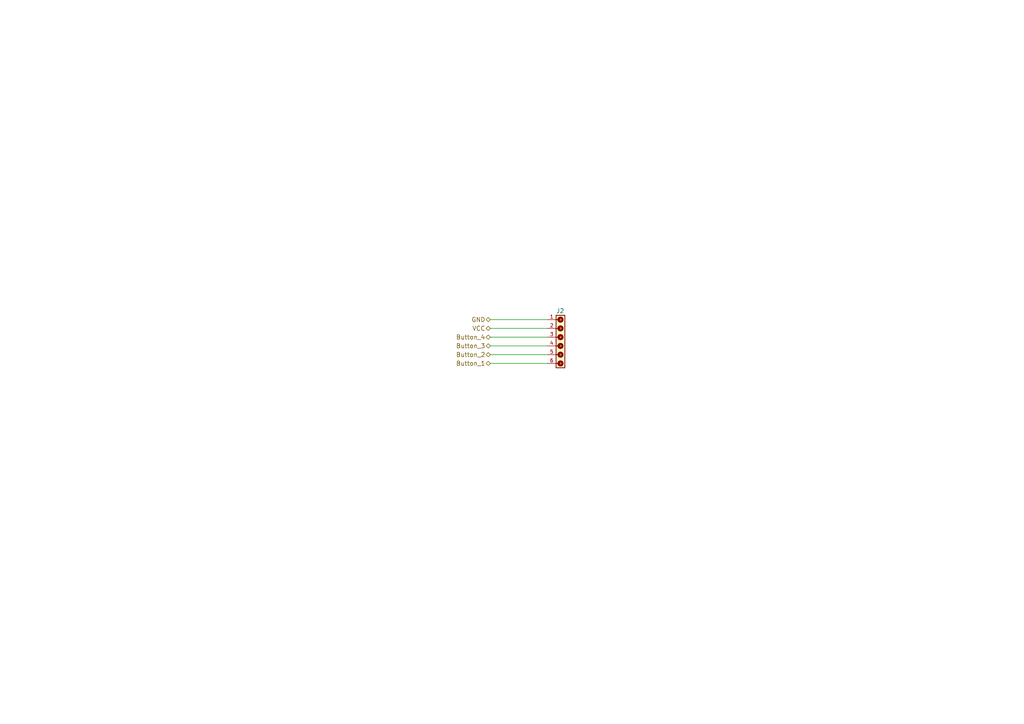
<source format=kicad_sch>
(kicad_sch (version 20231120) (generator "eeschema") (generator_version "8.0")
  (paper "A4")
  (lib_symbols
    (symbol "61900619521:61900619521" (pin_names (offset 1.016))
      (property "Reference" "J" (at -7.1 -0.955 0))
      (symbol "61900619521_0_0"
        (rectangle (start -6.35 -2.54) (end 8.89 0) (stroke (width 0.254)) (fill (type background)))
        (circle (center -5.08 -1.27) (radius 0.254) (stroke (width 0.635)))
        (circle (center -2.54 -1.27) (radius 0.254) (stroke (width 0.635)))
        (circle (center 0 -1.27) (radius 0.254) (stroke (width 0.635)))
        (polyline (pts (xy -5.08 -1.27) (xy -5.08 -2.54)) (stroke (width 0.254)))
        (polyline (pts (xy -2.54 -1.27) (xy -2.54 -2.54)) (stroke (width 0.254)))
        (polyline (pts (xy 0 -1.27) (xy 0 -2.54)) (stroke (width 0.254)))
        (polyline (pts (xy 2.54 -1.27) (xy 2.54 -2.54)) (stroke (width 0.254)))
        (polyline (pts (xy 5.08 -1.27) (xy 5.08 -2.54)) (stroke (width 0.254)))
        (polyline (pts (xy 7.62 -1.27) (xy 7.62 -2.54)) (stroke (width 0.254)))
        (circle (center 2.54 -1.27) (radius 0.254) (stroke (width 0.635)))
        (circle (center 5.08 -1.27) (radius 0.254) (stroke (width 0.635)))
        (circle (center 7.62 -1.27) (radius 0.254) (stroke (width 0.635)))
        (pin passive line (at -5.08 -5.08 90) (length 2.54) (name "~") (number "1"))
        (pin passive line (at -2.54 -5.08 90) (length 2.54) (name "~") (number "2"))
        (pin passive line (at 0 -5.08 90) (length 2.54) (name "~") (number "3"))
        (pin passive line (at 2.54 -5.08 90) (length 2.54) (name "~") (number "4"))
        (pin passive line (at 5.08 -5.08 90) (length 2.54) (name "~") (number "5"))
        (pin passive line (at 7.62 -5.08 90) (length 2.54) (name "~") (number "6"))
      )
    )
  )
  (wire (pts (xy 142.24 95.25) (xy 158.75 95.25)))
  (wire (pts (xy 142.24 105.41) (xy 158.75 105.41)))
  (wire (pts (xy 142.24 92.71) (xy 158.75 92.71)))
  (wire (pts (xy 142.24 97.79) (xy 158.75 97.79)))
  (wire (pts (xy 142.24 100.33) (xy 158.75 100.33)))
  (wire (pts (xy 142.24 102.87) (xy 158.75 102.87)))
  (hierarchical_label "Button_4" (shape bidirectional) (at 142.24 97.79 180))
  (hierarchical_label "Button_2" (shape bidirectional) (at 142.24 102.87 180))
  (hierarchical_label "Button_3" (shape bidirectional) (at 142.24 100.33 180))
  (hierarchical_label "Button_1" (shape bidirectional) (at 142.24 105.41 180))
  (hierarchical_label "VCC" (shape bidirectional) (at 142.24 95.25 180))
  (hierarchical_label "GND" (shape bidirectional) (at 142.24 92.71 180))
  (symbol (lib_id "61900619521:61900619521") (at 163.83 97.79 270) (unit 1)
    (property "Reference" "J2" (at 161.29 90.17 90) (effects (justify left)))
    (property "Value" "61900619521" (effects (hide yes)))
    (property "Footprint" "Custom footprints:61900619521" (effects (hide yes)))
    (property "MF" "Würth Elektronik" (effects (hide yes)))
    (property "CONTACT-RESISTANCE" "20mOhm" (effects (hide yes)))
    (property "Description_1" "\n                        \n                            EMI Gaskets, Sheets, Absorbers & Shielding\n                        \n" (effects (hide yes)))
    (property "Package" "None" (effects (hide yes)))
    (property "GENDER" "Male" (effects (hide yes)))
    (property "MOUNT" "THT" (effects (hide yes)))
    (property "PITCH" "2.54mm" (effects (hide yes)))
    (property "Check_prices" "https://www.snapeda.com/parts/61900619521/Wurth+Elektronik/view-part/?ref=eda" (effects (hide yes)))
    (property "L" "15.24mm" (effects (hide yes)))
    (property "Price" "None" (effects (hide yes)))
    (property "PACKAGING" "Bag" (effects (hide yes)))
    (property "PART-NUMBER" "61900619521" (effects (hide yes)))
    (property "SnapEDA_Link" "https://www.snapeda.com/parts/61900619521/Wurth+Elektronik/view-part/?ref=snap" (effects (hide yes)))
    (property "DATASHEET-URL" "https://www.we-online.com/redexpert/spec/61900619521?ae" (effects (hide yes)))
    (property "MP" "61900619521" (effects (hide yes)))
    (property "WORKING-VOLTAGE" "250V(AC)" (effects (hide yes)))
    (property "PINS" "6" (effects (hide yes)))
    (property "TYPE" "Right Angled Top Locking" (effects (hide yes)))
    (property "PCB-CABLE-PANEL" "PCB" (effects (hide yes)))
    (property "Availability" "Not in stock" (effects (hide yes)))
  )
)
</source>
